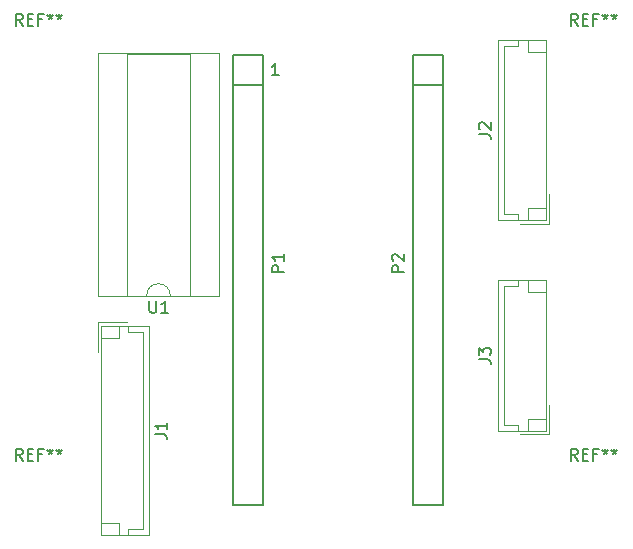
<source format=gbr>
%TF.GenerationSoftware,KiCad,Pcbnew,(5.1.6)-1*%
%TF.CreationDate,2020-07-20T20:39:59-04:00*%
%TF.ProjectId,KiCAD,4b694341-442e-46b6-9963-61645f706362,rev?*%
%TF.SameCoordinates,Original*%
%TF.FileFunction,Legend,Top*%
%TF.FilePolarity,Positive*%
%FSLAX46Y46*%
G04 Gerber Fmt 4.6, Leading zero omitted, Abs format (unit mm)*
G04 Created by KiCad (PCBNEW (5.1.6)-1) date 2020-07-20 20:39:59*
%MOMM*%
%LPD*%
G01*
G04 APERTURE LIST*
%ADD10C,0.150000*%
%ADD11C,0.120000*%
G04 APERTURE END LIST*
D10*
X142017714Y-71699380D02*
X141446285Y-71699380D01*
X141732000Y-71699380D02*
X141732000Y-70699380D01*
X141636761Y-70842238D01*
X141541523Y-70937476D01*
X141446285Y-70985095D01*
D11*
%TO.C,U1*%
X130826000Y-90357000D02*
G75*
G02*
X132826000Y-90357000I1000000J0D01*
G01*
X132826000Y-90357000D02*
X134476000Y-90357000D01*
X134476000Y-90357000D02*
X134476000Y-69917000D01*
X134476000Y-69917000D02*
X129176000Y-69917000D01*
X129176000Y-69917000D02*
X129176000Y-90357000D01*
X129176000Y-90357000D02*
X130826000Y-90357000D01*
X136966000Y-90417000D02*
X136966000Y-69857000D01*
X136966000Y-69857000D02*
X126686000Y-69857000D01*
X126686000Y-69857000D02*
X126686000Y-90417000D01*
X126686000Y-90417000D02*
X136966000Y-90417000D01*
%TO.C,J3*%
X164916000Y-102097000D02*
X164916000Y-99597000D01*
X162416000Y-102097000D02*
X164916000Y-102097000D01*
X163116000Y-90077000D02*
X164616000Y-90077000D01*
X163116000Y-89077000D02*
X163116000Y-90077000D01*
X163116000Y-100797000D02*
X164616000Y-100797000D01*
X163116000Y-101797000D02*
X163116000Y-100797000D01*
X162306000Y-89577000D02*
X162306000Y-89077000D01*
X161096000Y-89577000D02*
X162306000Y-89577000D01*
X161096000Y-101297000D02*
X161096000Y-89577000D01*
X162306000Y-101297000D02*
X161096000Y-101297000D01*
X162306000Y-101797000D02*
X162306000Y-101297000D01*
X160596000Y-89077000D02*
X160596000Y-101797000D01*
X164616000Y-89077000D02*
X160596000Y-89077000D01*
X164616000Y-101797000D02*
X164616000Y-89077000D01*
X160596000Y-101797000D02*
X164616000Y-101797000D01*
%TO.C,J1*%
X126676000Y-92627000D02*
X126676000Y-95127000D01*
X129176000Y-92627000D02*
X126676000Y-92627000D01*
X128476000Y-109647000D02*
X126976000Y-109647000D01*
X128476000Y-110647000D02*
X128476000Y-109647000D01*
X128476000Y-93927000D02*
X126976000Y-93927000D01*
X128476000Y-92927000D02*
X128476000Y-93927000D01*
X129286000Y-110147000D02*
X129286000Y-110647000D01*
X130496000Y-110147000D02*
X129286000Y-110147000D01*
X130496000Y-93427000D02*
X130496000Y-110147000D01*
X129286000Y-93427000D02*
X130496000Y-93427000D01*
X129286000Y-92927000D02*
X129286000Y-93427000D01*
X130996000Y-110647000D02*
X130996000Y-92927000D01*
X126976000Y-110647000D02*
X130996000Y-110647000D01*
X126976000Y-92927000D02*
X126976000Y-110647000D01*
X130996000Y-92927000D02*
X126976000Y-92927000D01*
%TO.C,J2*%
X164916000Y-84277000D02*
X164916000Y-81777000D01*
X162416000Y-84277000D02*
X164916000Y-84277000D01*
X163116000Y-69757000D02*
X164616000Y-69757000D01*
X163116000Y-68757000D02*
X163116000Y-69757000D01*
X163116000Y-82977000D02*
X164616000Y-82977000D01*
X163116000Y-83977000D02*
X163116000Y-82977000D01*
X162306000Y-69257000D02*
X162306000Y-68757000D01*
X161096000Y-69257000D02*
X162306000Y-69257000D01*
X161096000Y-83477000D02*
X161096000Y-69257000D01*
X162306000Y-83477000D02*
X161096000Y-83477000D01*
X162306000Y-83977000D02*
X162306000Y-83477000D01*
X160596000Y-68757000D02*
X160596000Y-83977000D01*
X164616000Y-68757000D02*
X160596000Y-68757000D01*
X164616000Y-83977000D02*
X164616000Y-68757000D01*
X160596000Y-83977000D02*
X164616000Y-83977000D01*
D10*
%TO.C,P1*%
X140716000Y-72517000D02*
X140716000Y-69977000D01*
X140716000Y-69977000D02*
X138176000Y-69977000D01*
X138176000Y-69977000D02*
X138176000Y-72517000D01*
X140716000Y-72517000D02*
X140716000Y-108077000D01*
X140716000Y-108077000D02*
X138176000Y-108077000D01*
X138176000Y-108077000D02*
X138176000Y-72517000D01*
X138176000Y-72517000D02*
X140716000Y-72517000D01*
%TO.C,P2*%
X155956000Y-72517000D02*
X155956000Y-69977000D01*
X155956000Y-69977000D02*
X153416000Y-69977000D01*
X153416000Y-69977000D02*
X153416000Y-72517000D01*
X155956000Y-72517000D02*
X155956000Y-108077000D01*
X155956000Y-108077000D02*
X153416000Y-108077000D01*
X153416000Y-108077000D02*
X153416000Y-72517000D01*
X153416000Y-72517000D02*
X155956000Y-72517000D01*
%TO.C,REF\u002A\u002A*%
X120332666Y-67499380D02*
X119999333Y-67023190D01*
X119761238Y-67499380D02*
X119761238Y-66499380D01*
X120142190Y-66499380D01*
X120237428Y-66547000D01*
X120285047Y-66594619D01*
X120332666Y-66689857D01*
X120332666Y-66832714D01*
X120285047Y-66927952D01*
X120237428Y-66975571D01*
X120142190Y-67023190D01*
X119761238Y-67023190D01*
X120761238Y-66975571D02*
X121094571Y-66975571D01*
X121237428Y-67499380D02*
X120761238Y-67499380D01*
X120761238Y-66499380D01*
X121237428Y-66499380D01*
X121999333Y-66975571D02*
X121666000Y-66975571D01*
X121666000Y-67499380D02*
X121666000Y-66499380D01*
X122142190Y-66499380D01*
X122666000Y-66499380D02*
X122666000Y-66737476D01*
X122427904Y-66642238D02*
X122666000Y-66737476D01*
X122904095Y-66642238D01*
X122523142Y-66927952D02*
X122666000Y-66737476D01*
X122808857Y-66927952D01*
X123427904Y-66499380D02*
X123427904Y-66737476D01*
X123189809Y-66642238D02*
X123427904Y-66737476D01*
X123666000Y-66642238D01*
X123285047Y-66927952D02*
X123427904Y-66737476D01*
X123570761Y-66927952D01*
X120332666Y-104329380D02*
X119999333Y-103853190D01*
X119761238Y-104329380D02*
X119761238Y-103329380D01*
X120142190Y-103329380D01*
X120237428Y-103377000D01*
X120285047Y-103424619D01*
X120332666Y-103519857D01*
X120332666Y-103662714D01*
X120285047Y-103757952D01*
X120237428Y-103805571D01*
X120142190Y-103853190D01*
X119761238Y-103853190D01*
X120761238Y-103805571D02*
X121094571Y-103805571D01*
X121237428Y-104329380D02*
X120761238Y-104329380D01*
X120761238Y-103329380D01*
X121237428Y-103329380D01*
X121999333Y-103805571D02*
X121666000Y-103805571D01*
X121666000Y-104329380D02*
X121666000Y-103329380D01*
X122142190Y-103329380D01*
X122666000Y-103329380D02*
X122666000Y-103567476D01*
X122427904Y-103472238D02*
X122666000Y-103567476D01*
X122904095Y-103472238D01*
X122523142Y-103757952D02*
X122666000Y-103567476D01*
X122808857Y-103757952D01*
X123427904Y-103329380D02*
X123427904Y-103567476D01*
X123189809Y-103472238D02*
X123427904Y-103567476D01*
X123666000Y-103472238D01*
X123285047Y-103757952D02*
X123427904Y-103567476D01*
X123570761Y-103757952D01*
X167322666Y-67499380D02*
X166989333Y-67023190D01*
X166751238Y-67499380D02*
X166751238Y-66499380D01*
X167132190Y-66499380D01*
X167227428Y-66547000D01*
X167275047Y-66594619D01*
X167322666Y-66689857D01*
X167322666Y-66832714D01*
X167275047Y-66927952D01*
X167227428Y-66975571D01*
X167132190Y-67023190D01*
X166751238Y-67023190D01*
X167751238Y-66975571D02*
X168084571Y-66975571D01*
X168227428Y-67499380D02*
X167751238Y-67499380D01*
X167751238Y-66499380D01*
X168227428Y-66499380D01*
X168989333Y-66975571D02*
X168656000Y-66975571D01*
X168656000Y-67499380D02*
X168656000Y-66499380D01*
X169132190Y-66499380D01*
X169656000Y-66499380D02*
X169656000Y-66737476D01*
X169417904Y-66642238D02*
X169656000Y-66737476D01*
X169894095Y-66642238D01*
X169513142Y-66927952D02*
X169656000Y-66737476D01*
X169798857Y-66927952D01*
X170417904Y-66499380D02*
X170417904Y-66737476D01*
X170179809Y-66642238D02*
X170417904Y-66737476D01*
X170656000Y-66642238D01*
X170275047Y-66927952D02*
X170417904Y-66737476D01*
X170560761Y-66927952D01*
X167322666Y-104329380D02*
X166989333Y-103853190D01*
X166751238Y-104329380D02*
X166751238Y-103329380D01*
X167132190Y-103329380D01*
X167227428Y-103377000D01*
X167275047Y-103424619D01*
X167322666Y-103519857D01*
X167322666Y-103662714D01*
X167275047Y-103757952D01*
X167227428Y-103805571D01*
X167132190Y-103853190D01*
X166751238Y-103853190D01*
X167751238Y-103805571D02*
X168084571Y-103805571D01*
X168227428Y-104329380D02*
X167751238Y-104329380D01*
X167751238Y-103329380D01*
X168227428Y-103329380D01*
X168989333Y-103805571D02*
X168656000Y-103805571D01*
X168656000Y-104329380D02*
X168656000Y-103329380D01*
X169132190Y-103329380D01*
X169656000Y-103329380D02*
X169656000Y-103567476D01*
X169417904Y-103472238D02*
X169656000Y-103567476D01*
X169894095Y-103472238D01*
X169513142Y-103757952D02*
X169656000Y-103567476D01*
X169798857Y-103757952D01*
X170417904Y-103329380D02*
X170417904Y-103567476D01*
X170179809Y-103472238D02*
X170417904Y-103567476D01*
X170656000Y-103472238D01*
X170275047Y-103757952D02*
X170417904Y-103567476D01*
X170560761Y-103757952D01*
%TO.C,U1*%
X131064095Y-90809380D02*
X131064095Y-91618904D01*
X131111714Y-91714142D01*
X131159333Y-91761761D01*
X131254571Y-91809380D01*
X131445047Y-91809380D01*
X131540285Y-91761761D01*
X131587904Y-91714142D01*
X131635523Y-91618904D01*
X131635523Y-90809380D01*
X132635523Y-91809380D02*
X132064095Y-91809380D01*
X132349809Y-91809380D02*
X132349809Y-90809380D01*
X132254571Y-90952238D01*
X132159333Y-91047476D01*
X132064095Y-91095095D01*
%TO.C,J3*%
X158958380Y-95770333D02*
X159672666Y-95770333D01*
X159815523Y-95817952D01*
X159910761Y-95913190D01*
X159958380Y-96056047D01*
X159958380Y-96151285D01*
X158958380Y-95389380D02*
X158958380Y-94770333D01*
X159339333Y-95103666D01*
X159339333Y-94960809D01*
X159386952Y-94865571D01*
X159434571Y-94817952D01*
X159529809Y-94770333D01*
X159767904Y-94770333D01*
X159863142Y-94817952D01*
X159910761Y-94865571D01*
X159958380Y-94960809D01*
X159958380Y-95246523D01*
X159910761Y-95341761D01*
X159863142Y-95389380D01*
%TO.C,J1*%
X131538380Y-102120333D02*
X132252666Y-102120333D01*
X132395523Y-102167952D01*
X132490761Y-102263190D01*
X132538380Y-102406047D01*
X132538380Y-102501285D01*
X132538380Y-101120333D02*
X132538380Y-101691761D01*
X132538380Y-101406047D02*
X131538380Y-101406047D01*
X131681238Y-101501285D01*
X131776476Y-101596523D01*
X131824095Y-101691761D01*
%TO.C,J2*%
X158958380Y-76700333D02*
X159672666Y-76700333D01*
X159815523Y-76747952D01*
X159910761Y-76843190D01*
X159958380Y-76986047D01*
X159958380Y-77081285D01*
X159053619Y-76271761D02*
X159006000Y-76224142D01*
X158958380Y-76128904D01*
X158958380Y-75890809D01*
X159006000Y-75795571D01*
X159053619Y-75747952D01*
X159148857Y-75700333D01*
X159244095Y-75700333D01*
X159386952Y-75747952D01*
X159958380Y-76319380D01*
X159958380Y-75700333D01*
%TO.C,P1*%
X142438380Y-88368095D02*
X141438380Y-88368095D01*
X141438380Y-87987142D01*
X141486000Y-87891904D01*
X141533619Y-87844285D01*
X141628857Y-87796666D01*
X141771714Y-87796666D01*
X141866952Y-87844285D01*
X141914571Y-87891904D01*
X141962190Y-87987142D01*
X141962190Y-88368095D01*
X142438380Y-86844285D02*
X142438380Y-87415714D01*
X142438380Y-87130000D02*
X141438380Y-87130000D01*
X141581238Y-87225238D01*
X141676476Y-87320476D01*
X141724095Y-87415714D01*
%TO.C,P2*%
X152598380Y-88368095D02*
X151598380Y-88368095D01*
X151598380Y-87987142D01*
X151646000Y-87891904D01*
X151693619Y-87844285D01*
X151788857Y-87796666D01*
X151931714Y-87796666D01*
X152026952Y-87844285D01*
X152074571Y-87891904D01*
X152122190Y-87987142D01*
X152122190Y-88368095D01*
X151693619Y-87415714D02*
X151646000Y-87368095D01*
X151598380Y-87272857D01*
X151598380Y-87034761D01*
X151646000Y-86939523D01*
X151693619Y-86891904D01*
X151788857Y-86844285D01*
X151884095Y-86844285D01*
X152026952Y-86891904D01*
X152598380Y-87463333D01*
X152598380Y-86844285D01*
%TD*%
M02*

</source>
